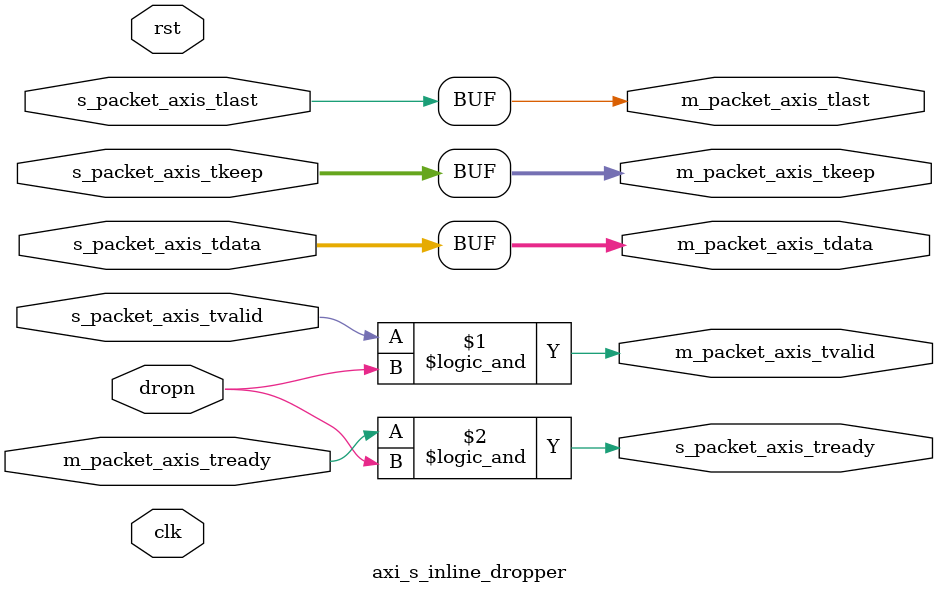
<source format=v>
`timescale 1ns / 1ps
module axi_s_inline_dropper(
input clk,
input rst,
input dropn,

input [63:0] s_packet_axis_tdata,
input s_packet_axis_tvalid,
input s_packet_axis_tlast,
input [7:0] s_packet_axis_tkeep,
output s_packet_axis_tready,

output [63:0] m_packet_axis_tdata,
output m_packet_axis_tvalid,
output m_packet_axis_tlast,
output [7:0] m_packet_axis_tkeep,
input m_packet_axis_tready

    );
assign m_packet_axis_tdata = s_packet_axis_tdata;
assign m_packet_axis_tvalid = s_packet_axis_tvalid && dropn;
assign m_packet_axis_tlast = s_packet_axis_tlast;
assign m_packet_axis_tkeep = s_packet_axis_tkeep;
assign s_packet_axis_tready = m_packet_axis_tready && dropn;
    
endmodule
</source>
